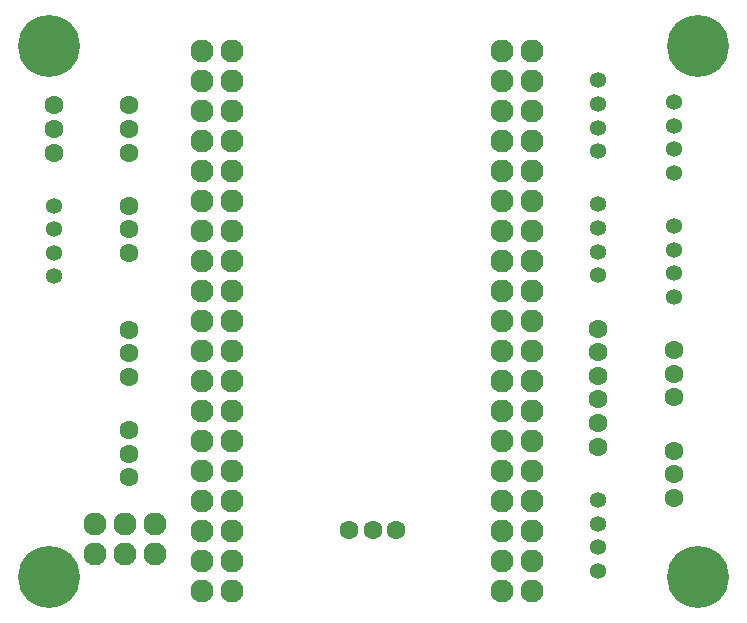
<source format=gbr>
G04 DesignSpark PCB Gerber Version 10.0 Build 5299*
G04 #@! TF.Part,Single*
G04 #@! TF.FileFunction,Soldermask,Bot*
G04 #@! TF.FilePolarity,Negative*
%FSLAX35Y35*%
%MOIN*%
G04 #@! TA.AperFunction,ComponentPad*
%ADD77C,0.05331*%
%ADD78C,0.06315*%
G04 #@! TA.AperFunction,WasherPad*
%ADD76C,0.07693*%
%ADD75C,0.20685*%
G04 #@! TD.AperFunction*
X0Y0D02*
D02*
D75*
X10443Y11072D03*
Y188238D03*
X226978Y11072D03*
Y188238D03*
D02*
D76*
X25994Y18789D03*
Y28789D03*
X35994Y18789D03*
Y28789D03*
X45994Y18789D03*
Y28789D03*
X61545Y6584D03*
Y16584D03*
Y26584D03*
Y36584D03*
Y46584D03*
Y56584D03*
Y66584D03*
Y76584D03*
Y86584D03*
Y96584D03*
Y106584D03*
Y116584D03*
Y126584D03*
Y136584D03*
Y146584D03*
Y156584D03*
Y166584D03*
Y176584D03*
Y186584D03*
X71545Y6584D03*
Y16584D03*
Y26584D03*
Y36584D03*
Y46584D03*
Y56584D03*
Y66584D03*
Y76584D03*
Y86584D03*
Y96584D03*
Y106584D03*
Y116584D03*
Y126584D03*
Y136584D03*
Y146584D03*
Y156584D03*
Y166584D03*
Y176584D03*
Y186584D03*
X161545Y6584D03*
Y16584D03*
Y26584D03*
Y36584D03*
Y46584D03*
Y56584D03*
Y66584D03*
Y76584D03*
Y86584D03*
Y96584D03*
Y106584D03*
Y116584D03*
Y126584D03*
Y136584D03*
Y146584D03*
Y156584D03*
Y166584D03*
Y176584D03*
Y186584D03*
X171545Y6584D03*
Y16584D03*
Y26584D03*
Y36584D03*
Y46584D03*
Y56584D03*
Y66584D03*
Y76584D03*
Y86584D03*
Y96584D03*
Y106584D03*
Y116584D03*
Y126584D03*
Y136584D03*
Y146584D03*
Y156584D03*
Y166584D03*
Y176584D03*
Y186584D03*
D02*
D77*
X12017Y111309D03*
Y119183D03*
Y127057D03*
Y134931D03*
X193513Y13198D03*
Y21072D03*
Y28946D03*
Y36820D03*
Y111663D03*
Y119537D03*
Y127411D03*
Y135285D03*
Y153002D03*
Y160876D03*
Y168750D03*
Y176624D03*
X218710Y104498D03*
Y112372D03*
Y120246D03*
Y128120D03*
Y145836D03*
Y153710D03*
Y161584D03*
Y169458D03*
D02*
D78*
X12017Y152608D03*
Y160482D03*
Y168356D03*
X37214Y44301D03*
Y52175D03*
Y60049D03*
Y77765D03*
Y85639D03*
Y93513D03*
Y119183D03*
Y127057D03*
Y134931D03*
Y152608D03*
Y160482D03*
Y168356D03*
X110521Y26820D03*
X118395D03*
X126269D03*
X193513Y54576D03*
Y62450D03*
Y70324D03*
Y78198D03*
Y86072D03*
Y93946D03*
X218710Y37411D03*
Y45285D03*
Y53159D03*
Y71033D03*
Y78907D03*
Y86781D03*
X0Y0D02*
M02*

</source>
